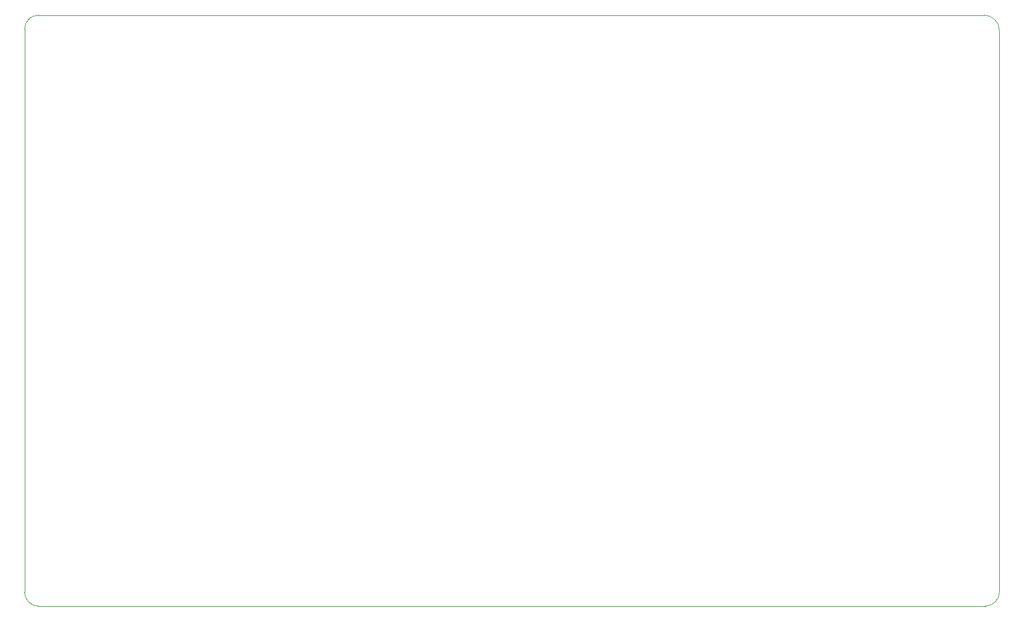
<source format=gm1>
%TF.GenerationSoftware,KiCad,Pcbnew,5.1.10-88a1d61d58~88~ubuntu20.04.1*%
%TF.CreationDate,2021-05-18T23:57:07+02:00*%
%TF.ProjectId,C152Quadrant,43313532-5175-4616-9472-616e742e6b69,rev?*%
%TF.SameCoordinates,Original*%
%TF.FileFunction,Profile,NP*%
%FSLAX46Y46*%
G04 Gerber Fmt 4.6, Leading zero omitted, Abs format (unit mm)*
G04 Created by KiCad (PCBNEW 5.1.10-88a1d61d58~88~ubuntu20.04.1) date 2021-05-18 23:57:07*
%MOMM*%
%LPD*%
G01*
G04 APERTURE LIST*
%TA.AperFunction,Profile*%
%ADD10C,0.050000*%
%TD*%
G04 APERTURE END LIST*
D10*
X100000000Y-77000000D02*
G75*
G02*
X102000000Y-75000000I2000000J0D01*
G01*
X102000000Y-160000000D02*
G75*
G02*
X100000000Y-158000000I0J2000000D01*
G01*
X240000000Y-158000000D02*
G75*
G02*
X238000000Y-160000000I-2000000J0D01*
G01*
X237800000Y-75000000D02*
G75*
G02*
X240000000Y-77200000I0J-2200000D01*
G01*
X240000000Y-158000000D02*
X240000000Y-77200000D01*
X100000000Y-77000000D02*
X100000000Y-158000000D01*
X102000000Y-160000000D02*
X238000000Y-160000000D01*
X102000000Y-75000000D02*
X237800000Y-75000000D01*
M02*

</source>
